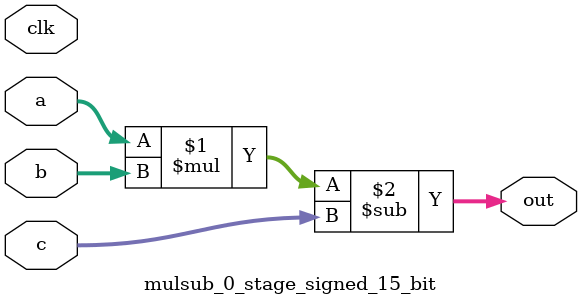
<source format=sv>
(* use_dsp = "yes" *) module mulsub_0_stage_signed_15_bit(
	input signed [14:0] a,
	input signed [14:0] b,
	input signed [14:0] c,
	output [14:0] out,
	input clk);

	assign out = (a * b) - c;
endmodule

</source>
